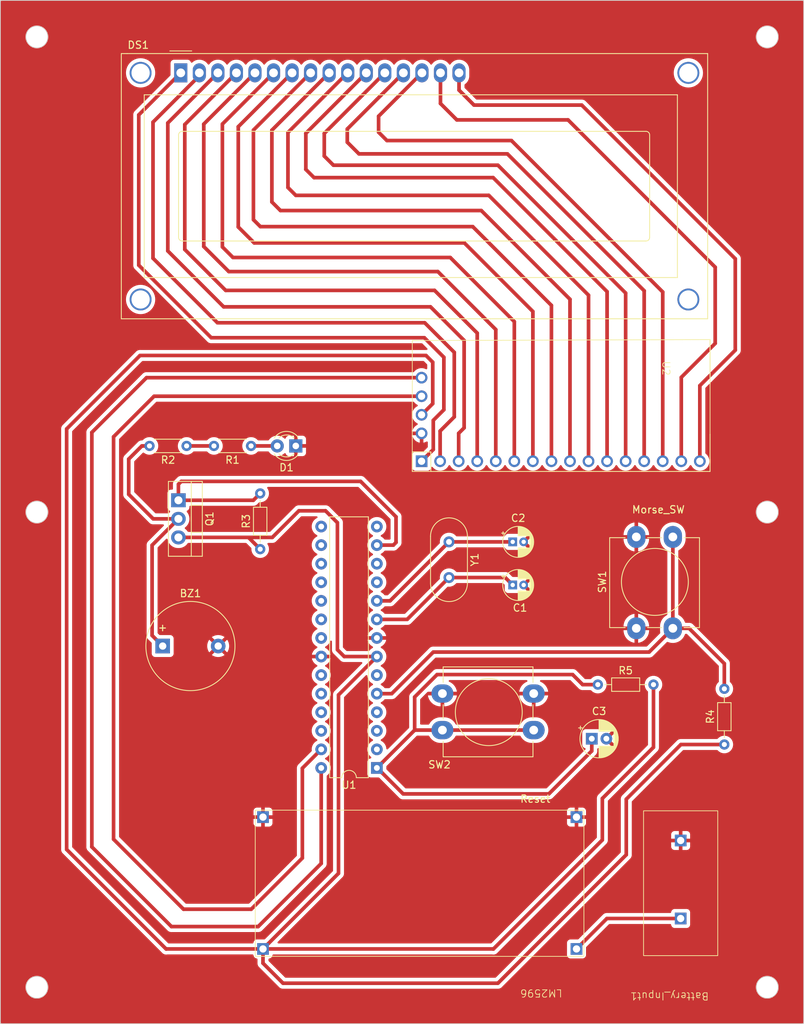
<source format=kicad_pcb>
(kicad_pcb (version 20221018) (generator pcbnew)
  (layers (0 "F.Cu" signal) (31 "B.Cu" signal) (34 "B.Paste" user) (35 "F.Paste" user) (36 "B.SilkS" user "B.Silkscreen") (37 "F.SilkS" user "F.Silkscreen") (38 "B.Mask" user) (39 "F.Mask" user) (44 "Edge.Cuts" user))
  (net 0 "")
  (net 1 "Net-(BZ1--)")
  (net 2 "GND")
  (net 3 "Net-(U1-XTAL1{slash}PB6)")
  (net 4 "Net-(U1-XTAL2{slash}PB7)")
  (net 5 "Net-(D1-A)")
  (net 6 "Net-(DS1-VSS)")
  (net 7 "Net-(DS1-VDD)")
  (net 8 "Net-(DS1-VO)")
  (net 9 "Net-(DS1-RS)")
  (net 10 "Net-(DS1-R{slash}W)")
  (net 11 "Net-(DS1-E)")
  (net 12 "Net-(DS1-D0)")
  (net 13 "Net-(DS1-D1)")
  (net 14 "Net-(DS1-D2)")
  (net 15 "Net-(DS1-D3)")
  (net 16 "Net-(DS1-D4)")
  (net 17 "Net-(DS1-D5)")
  (net 18 "Net-(DS1-D6)")
  (net 19 "Net-(DS1-D7)")
  (net 20 "Net-(DS1-LED(+))")
  (net 21 "Net-(DS1-LED(-))")
  (net 22 "Net-(Q1-G)")
  (net 23 "Net-(LM2596-OUT+)")
  (net 24 "Net-(R1-Pad2)")
  (net 25 "Net-(U1-PD3)")
  (net 26 "Net-(U1-~{RESET}{slash}PC6)")
  (net 45 "Net-(U1-PC4)")
  (net 46 "Net-(U1-PC5)")
  (net 47 "12V")
  (footprint "I2C_16x2:I2C_16x2" (layer "F.Cu") (at 190.158 68.672 -90)
    (fp_text reference "U2" (at 4.678 6.908 -90 unlocked) (layer "F.SilkS") (effects (font (thickness 0.1))))
    (fp_text value "~")
    (pad "1" thru_hole rect (at 17.396 40.386 90) (size 1.6 1.6) (drill 1) (layers "*.Cu" "*.Mask") (net 6 "Net-(DS1-VSS)"))
    (pad "2" thru_hole oval (at 17.396 37.846 90) (size 1.6 1.6) (drill 1) (layers "*.Cu" "*.Mask") (net 7 "Net-(DS1-VDD)"))
    (pad "3" thru_hole oval (at 17.396 35.306 90) (size 1.6 1.6) (drill 1) (layers "*.Cu" "*.Mask") (net 8 "Net-(DS1-VO)"))
    (pad "4" thru_hole oval (at 17.396 32.766 90) (size 1.6 1.6) (drill 1) (layers "*.Cu" "*.Mask") (net 9 "Net-(DS1-RS)"))
    (pad "5" thru_hole oval (at 17.396 30.226 90) (size 1.6 1.6) (drill 1) (layers "*.Cu" "*.Mask") (net 10 "Net-(DS1-R{slash}W)"))
    (pad "6" thru_hole oval (at 17.396 27.686 90) (size 1.6 1.6) (drill 1) (layers "*.Cu" "*.Mask") (net 11 "Net-(DS1-E)"))
    (pad "7" thru_hole oval (at 17.396 25.146 90) (size 1.6 1.6) (drill 1) (layers "*.Cu" "*.Mask") (net 12 "Net-(DS1-D0)"))
    (pad "8" thru_hole oval (at 17.396 22.606 90) (size 1.6 1.6) (drill 1) (layers "*.Cu" "*.Mask") (net 13 "Net-(DS1-D1)"))
    (pad "9" thru_hole oval (at 17.396 20.066 90) (size 1.6 1.6) (drill 1) (layers "*.Cu" "*.Mask") (net 14 "Net-(DS1-D2)"))
    (pad "10" thru_hole oval (at 17.396 17.526 90) (size 1.6 1.6) (drill 1) (layers "*.Cu" "*.Mask") (net 15 "Net-(DS1-D3)"))
    (pad "11" thru_hole oval (at 17.396 14.986 90) (size 1.6 1.6) (drill 1) (layers "*.Cu" "*.Mask") (net 16 "Net-(DS1-D4)"))
    (pad "12" thru_hole oval (at 17.396 12.446 90) (size 1.6 1.6) (drill 1) (layers "*.Cu" "*.Mask") (net 17 "Net-(DS1-D5)"))
    (pad "13" thru_hole oval (at 17.396 9.906 90) (size 1.6 1.6) (drill 1) (layers "*.Cu" "*.Mask") (net 18 "Net-(DS1-D6)"))
    (pad "14" thru_hole oval (at 17.396 7.366 90) (size 1.6 1.6) (drill 1) (layers "*.Cu" "*.Mask") (net 19 "Net-(DS1-D7)"))
    (pad "15" thru_hole oval (at 17.396 4.826 90) (size 1.6 1.6) (drill 1) (layers "*.Cu" "*.Mask") (net 20 "Net-(DS1-LED(+))"))
    (pad "16" thru_hole oval (at 17.396 2.286 90) (size 1.6 1.6) (drill 1) (layers "*.Cu" "*.Mask") (net 21 "Net-(DS1-LED(-))"))
    (pad "GND" thru_hole oval (at 13.586 40.386 180) (size 1.6 1.6) (drill 1) (layers "*.Cu" "*.Mask") (net 2 "GND"))
    (pad "SCL" thru_hole oval (at 5.966 40.386 180) (size 1.6 1.6) (drill 1) (layers "*.Cu" "*.Mask") (net 46 "Net-(U1-PC5)"))
    (pad "SDA" thru_hole oval (at 8.506 40.386 180) (size 1.6 1.6) (drill 1) (layers "*.Cu" "*.Mask") (net 45 "Net-(U1-PC4)"))
    (pad "VCC" thru_hole oval (at 11.046 40.386 180) (size 1.6 1.6) (drill 1) (layers "*.Cu" "*.Mask") (net 23 "Net-(LM2596-OUT+)"))
  )
  (footprint "Package_DIP:DIP-28_W7.62mm" (layer "F.Cu") (at 143.65 128.025 180)
    (fp_text reference "U1" (at 3.81 -2.33) (layer "F.SilkS"))
    (fp_text value "ATmega328P-P")
    (pad "1" thru_hole rect (at 0 0 180) (size 1.6 1.6) (drill 0.8) (layers "*.Cu" "*.Mask") (net 26 "Net-(U1-~{RESET}{slash}PC6)"))
    (pad "2" thru_hole oval (at 0 2.54 180) (size 1.6 1.6) (drill 0.8) (layers "*.Cu" "*.Mask"))
    (pad "3" thru_hole oval (at 0 5.08 180) (size 1.6 1.6) (drill 0.8) (layers "*.Cu" "*.Mask"))
    (pad "4" thru_hole oval (at 0 7.62 180) (size 1.6 1.6) (drill 0.8) (layers "*.Cu" "*.Mask"))
    (pad "5" thru_hole oval (at 0 10.16 180) (size 1.6 1.6) (drill 0.8) (layers "*.Cu" "*.Mask") (net 25 "Net-(U1-PD3)"))
    (pad "6" thru_hole oval (at 0 12.7 180) (size 1.6 1.6) (drill 0.8) (layers "*.Cu" "*.Mask"))
    (pad "7" thru_hole oval (at 0 15.24 180) (size 1.6 1.6) (drill 0.8) (layers "*.Cu" "*.Mask") (net 23 "Net-(LM2596-OUT+)"))
    (pad "8" thru_hole oval (at 0 17.78 180) (size 1.6 1.6) (drill 0.8) (layers "*.Cu" "*.Mask") (net 2 "GND"))
    (pad "9" thru_hole oval (at 0 20.32 180) (size 1.6 1.6) (drill 0.8) (layers "*.Cu" "*.Mask") (net 3 "Net-(U1-XTAL1{slash}PB6)"))
    (pad "10" thru_hole oval (at 0 22.86 180) (size 1.6 1.6) (drill 0.8) (layers "*.Cu" "*.Mask") (net 4 "Net-(U1-XTAL2{slash}PB7)"))
    (pad "11" thru_hole oval (at 0 25.4 180) (size 1.6 1.6) (drill 0.8) (layers "*.Cu" "*.Mask"))
    (pad "12" thru_hole oval (at 0 27.94 180) (size 1.6 1.6) (drill 0.8) (layers "*.Cu" "*.Mask"))
    (pad "13" thru_hole oval (at 0 30.48 180) (size 1.6 1.6) (drill 0.8) (layers "*.Cu" "*.Mask") (net 22 "Net-(Q1-G)"))
    (pad "14" thru_hole oval (at 0 33.02 180) (size 1.6 1.6) (drill 0.8) (layers "*.Cu" "*.Mask"))
    (pad "15" thru_hole oval (at 7.62 33.02 180) (size 1.6 1.6) (drill 0.8) (layers "*.Cu" "*.Mask"))
    (pad "16" thru_hole oval (at 7.62 30.48 180) (size 1.6 1.6) (drill 0.8) (layers "*.Cu" "*.Mask"))
    (pad "17" thru_hole oval (at 7.62 27.94 180) (size 1.6 1.6) (drill 0.8) (layers "*.Cu" "*.Mask"))
    (pad "18" thru_hole oval (at 7.62 25.4 180) (size 1.6 1.6) (drill 0.8) (layers "*.Cu" "*.Mask"))
    (pad "19" thru_hole oval (at 7.62 22.86 180) (size 1.6 1.6) (drill 0.8) (layers "*.Cu" "*.Mask"))
    (pad "20" thru_hole oval (at 7.62 20.32 180) (size 1.6 1.6) (drill 0.8) (layers "*.Cu" "*.Mask"))
    (pad "21" thru_hole oval (at 7.62 17.78 180) (size 1.6 1.6) (drill 0.8) (layers "*.Cu" "*.Mask"))
    (pad "22" thru_hole oval (at 7.62 15.24 180) (size 1.6 1.6) (drill 0.8) (layers "*.Cu" "*.Mask") (net 2 "GND"))
    (pad "23" thru_hole oval (at 7.62 12.7 180) (size 1.6 1.6) (drill 0.8) (layers "*.Cu" "*.Mask"))
    (pad "24" thru_hole oval (at 7.62 10.16 180) (size 1.6 1.6) (drill 0.8) (layers "*.Cu" "*.Mask"))
    (pad "25" thru_hole oval (at 7.62 7.62 180) (size 1.6 1.6) (drill 0.8) (layers "*.Cu" "*.Mask"))
    (pad "26" thru_hole oval (at 7.62 5.08 180) (size 1.6 1.6) (drill 0.8) (layers "*.Cu" "*.Mask"))
    (pad "27" thru_hole oval (at 7.62 2.54 180) (size 1.6 1.6) (drill 0.8) (layers "*.Cu" "*.Mask") (net 45 "Net-(U1-PC4)"))
    (pad "28" thru_hole oval (at 7.62 0 180) (size 1.6 1.6) (drill 0.8) (layers "*.Cu" "*.Mask") (net 46 "Net-(U1-PC5)"))
  )
  (footprint "Button_Switch_THT:SW_PUSH-12mm_Wuerth-430476085716" (layer "F.Cu") (at 152.625 117.85)
    (fp_text reference "SW2" (at -0.4 9.725) (layer "F.SilkS"))
    (fp_text value "SW_MEC_5E")
    (pad "1" thru_hole oval (at 0 0) (size 3 2.5) (drill 1.2) (layers "*.Cu" "*.Mask") (net 2 "GND"))
    (pad "1" thru_hole oval (at 12.5 0) (size 3 2.5) (drill 1.2) (layers "*.Cu" "*.Mask") (net 2 "GND"))
    (pad "2" thru_hole oval (at 0 5) (size 3 2.5) (drill 1.2) (layers "*.Cu" "*.Mask") (net 26 "Net-(U1-~{RESET}{slash}PC6)"))
    (pad "2" thru_hole oval (at 12.5 5) (size 3 2.5) (drill 1.2) (layers "*.Cu" "*.Mask") (net 26 "Net-(U1-~{RESET}{slash}PC6)"))
  )
  (footprint "Capacitor_THT:CP_Radial_D4.0mm_P1.50mm" (layer "F.Cu") (at 162.25 103)
    (fp_text reference "C1" (at 1 3.125) (layer "F.SilkS"))
    (fp_text value "22pF")
    (pad "1" thru_hole rect (at 0 0) (size 1.2 1.2) (drill 0.6) (layers "*.Cu" "*.Mask") (net 3 "Net-(U1-XTAL1{slash}PB6)"))
    (pad "2" thru_hole circle (at 1.5 0) (size 1.2 1.2) (drill 0.6) (layers "*.Cu" "*.Mask") (net 2 "GND"))
  )
  (footprint "Capacitor_THT:CP_Radial_D5.0mm_P2.00mm" (layer "F.Cu") (at 173.075 124.025)
    (fp_text reference "C3" (at 1 -3.75) (layer "F.SilkS"))
    (fp_text value "100nF")
    (pad "1" thru_hole rect (at 0 0) (size 1.6 1.6) (drill 0.8) (layers "*.Cu" "*.Mask") (net 26 "Net-(U1-~{RESET}{slash}PC6)"))
    (pad "2" thru_hole circle (at 2 0) (size 1.6 1.6) (drill 0.8) (layers "*.Cu" "*.Mask") (net 2 "GND"))
  )
  (footprint "Crystal:Crystal_HC49-4H_Vertical" (layer "F.Cu") (at 153.525 97.1 -90)
    (fp_text reference "Y1" (at 2.44 -3.525 90) (layer "F.SilkS"))
    (fp_text value "Crystal")
    (pad "1" thru_hole circle (at 0 0 270) (size 1.5 1.5) (drill 0.8) (layers "*.Cu" "*.Mask") (net 4 "Net-(U1-XTAL2{slash}PB7)"))
    (pad "2" thru_hole circle (at 4.88 0 270) (size 1.5 1.5) (drill 0.8) (layers "*.Cu" "*.Mask") (net 3 "Net-(U1-XTAL1{slash}PB6)"))
  )
  (footprint "Buck_Converter:LM2596" (layer "F.Cu") (at 172 153.8 180)
    (fp_text reference "LM2596" (at 5.842 -5.032 180 unlocked) (layer "F.SilkS") (effects (font (thickness 0.1))))
    (fp_text value "~")
    (pad "1" thru_hole rect (at 1.016 1.016 180) (size 1.6 1.6) (drill 1) (layers "*.Cu" "*.Mask") (net 47 "12V"))
    (pad "2" thru_hole rect (at 43.942 1.016 180) (size 1.6 1.6) (drill 1) (layers "*.Cu" "*.Mask") (net 23 "Net-(LM2596-OUT+)"))
    (pad "3" thru_hole rect (at 1.016 19.05 180) (size 1.6 1.6) (drill 1) (layers "*.Cu" "*.Mask") (net 2 "GND"))
    (pad "4" thru_hole rect (at 43.942 19.05 180) (size 1.6 1.6) (drill 1) (layers "*.Cu" "*.Mask") (net 2 "GND"))
  )
  (footprint "Buck_Converter:Battery_Input" (layer "F.Cu") (at 190.325 153.7 180)
    (fp_text reference "Battery_Input1" (at 6.604 -5.54 180 unlocked) (layer "F.SilkS") (effects (font (thickness 0.1))))
    (fp_text value "~")
    (pad "12V" thru_hole rect (at 5.08 5.08 180) (size 1.6 1.6) (drill 1) (layers "*.Cu" "*.Mask") (net 47 "12V"))
    (pad "GND" thru_hole rect (at 5.08 15.748 180) (size 1.6 1.6) (drill 1) (layers "*.Cu" "*.Mask") (net 2 "GND"))
  )
  (footprint "Resistor_THT:R_Axial_DIN0204_L3.6mm_D1.6mm_P5.08mm_Horizontal" (layer "F.Cu") (at 117.6 83.975 180)
    (fp_text reference "R2" (at 2.54 -1.92) (layer "F.SilkS"))
    (fp_text value "220")
    (pad "1" thru_hole circle (at 0 0 180) (size 1.4 1.4) (drill 0.7) (layers "*.Cu" "*.Mask") (net 24 "Net-(R1-Pad2)"))
    (pad "2" thru_hole oval (at 5.08 0 180) (size 1.4 1.4) (drill 0.7) (layers "*.Cu" "*.Mask") (net 1 "Net-(BZ1--)"))
  )
  (footprint "Display:WC1602A" (layer "F.Cu") (at 116.8 32.9425)
    (fp_text reference "DS1" (at -5.82 -3.81) (layer "F.SilkS"))
    (fp_text value "WC1602A")
    (pad "" thru_hole circle (at -5.4991 0) (size 3 3) (drill 2.5) (layers "*.Cu" "*.Mask"))
    (pad "" thru_hole circle (at -5.4991 31.0007) (size 3 3) (drill 2.5) (layers "*.Cu" "*.Mask"))
    (pad "" thru_hole circle (at 69.49948 31.0007) (size 3 3) (drill 2.5) (layers "*.Cu" "*.Mask"))
    (pad "" thru_hole circle (at 69.5 0) (size 3 3) (drill 2.5) (layers "*.Cu" "*.Mask"))
    (pad "1" thru_hole rect (at 0 0) (size 1.8 2.6) (drill 1.2) (layers "*.Cu" "*.Mask") (net 6 "Net-(DS1-VSS)"))
    (pad "2" thru_hole oval (at 2.54 0) (size 1.8 2.6) (drill 1.2) (layers "*.Cu" "*.Mask") (net 7 "Net-(DS1-VDD)"))
    (pad "3" thru_hole oval (at 5.08 0) (size 1.8 2.6) (drill 1.2) (layers "*.Cu" "*.Mask") (net 8 "Net-(DS1-VO)"))
    (pad "4" thru_hole oval (at 7.62 0) (size 1.8 2.6) (drill 1.2) (layers "*.Cu" "*.Mask") (net 9 "Net-(DS1-RS)"))
    (pad "5" thru_hole oval (at 10.16 0) (size 1.8 2.6) (drill 1.2) (layers "*.Cu" "*.Mask") (net 10 "Net-(DS1-R{slash}W)"))
    (pad "6" thru_hole oval (at 12.7 0) (size 1.8 2.6) (drill 1.2) (layers "*.Cu" "*.Mask") (net 11 "Net-(DS1-E)"))
    (pad "7" thru_hole oval (at 15.24 0) (size 1.8 2.6) (drill 1.2) (layers "*.Cu" "*.Mask") (net 12 "Net-(DS1-D0)"))
    (pad "8" thru_hole oval (at 17.78 0) (size 1.8 2.6) (drill 1.2) (layers "*.Cu" "*.Mask") (net 13 "Net-(DS1-D1)"))
    (pad "9" thru_hole oval (at 20.32 0) (size 1.8 2.6) (drill 1.2) (layers "*.Cu" "*.Mask") (net 14 "Net-(DS1-D2)"))
    (pad "10" thru_hole oval (at 22.86 0) (size 1.8 2.6) (drill 1.2) (layers "*.Cu" "*.Mask") (net 15 "Net-(DS1-D3)"))
    (pad "11" thru_hole oval (at 25.4 0) (size 1.8 2.6) (drill 1.2) (layers "*.Cu" "*.Mask") (net 16 "Net-(DS1-D4)"))
    (pad "12" thru_hole oval (at 27.94 0) (size 1.8 2.6) (drill 1.2) (layers "*.Cu" "*.Mask") (net 17 "Net-(DS1-D5)"))
    (pad "13" thru_hole oval (at 30.48 0) (size 1.8 2.6) (drill 1.2) (layers "*.Cu" "*.Mask") (net 18 "Net-(DS1-D6)"))
    (pad "14" thru_hole oval (at 33.02 0) (size 1.8 2.6) (drill 1.2) (layers "*.Cu" "*.Mask") (net 19 "Net-(DS1-D7)"))
    (pad "15" thru_hole oval (at 35.56 0) (size 1.8 2.6) (drill 1.2) (layers "*.Cu" "*.Mask") (net 20 "Net-(DS1-LED(+))"))
    (pad "16" thru_hole oval (at 38.1 0) (size 1.8 2.6) (drill 1.2) (layers "*.Cu" "*.Mask") (net 21 "Net-(DS1-LED(-))"))
  )
  (footprint "Resistor_THT:R_Axial_DIN0204_L3.6mm_D1.6mm_P7.62mm_Horizontal" (layer "F.Cu") (at 191.225 124.82 90)
    (fp_text reference "R4" (at 3.81 -1.92 90) (layer "F.SilkS"))
    (fp_text value "10K")
    (pad "1" thru_hole circle (at 0 0 90) (size 1.4 1.4) (drill 0.7) (layers "*.Cu" "*.Mask") (net 23 "Net-(LM2596-OUT+)"))
    (pad "2" thru_hole oval (at 7.62 0 90) (size 1.4 1.4) (drill 0.7) (layers "*.Cu" "*.Mask") (net 25 "Net-(U1-PD3)"))
  )
  (footprint "Package_TO_SOT_THT:TO-220-3_Vertical" (layer "F.Cu") (at 116.48 91.41 -90)
    (fp_text reference "Q1" (at 2.54 -4.27 90) (layer "F.SilkS"))
    (fp_text value "IRF9540N")
    (pad "1" thru_hole rect (at 0 0 270) (size 1.905 2) (drill 1.1) (layers "*.Cu" "*.Mask") (net 22 "Net-(Q1-G)"))
    (pad "2" thru_hole oval (at 2.54 0 270) (size 1.905 2) (drill 1.1) (layers "*.Cu" "*.Mask") (net 1 "Net-(BZ1--)"))
    (pad "3" thru_hole oval (at 5.08 0 270) (size 1.905 2) (drill 1.1) (layers "*.Cu" "*.Mask") (net 23 "Net-(LM2596-OUT+)"))
  )
  (footprint "Resistor_THT:R_Axial_DIN0204_L3.6mm_D1.6mm_P7.62mm_Horizontal" (layer "F.Cu") (at 173.905 116.625)
    (fp_text reference "R5" (at 3.81 -1.92) (layer "F.SilkS"))
    (fp_text value "10K")
    (pad "1" thru_hole circle (at 0 0) (size 1.4 1.4) (drill 0.7) (layers "*.Cu" "*.Mask") (net 26 "Net-(U1-~{RESET}{slash}PC6)"))
    (pad "2" thru_hole oval (at 7.62 0) (size 1.4 1.4) (drill 0.7) (layers "*.Cu" "*.Mask") (net 23 "Net-(LM2596-OUT+)"))
  )
  (footprint "Button_Switch_THT:SW_PUSH-12mm_Wuerth-430476085716" (layer "F.Cu") (at 179.175 108.925 90)
    (fp_text reference "SW1" (at 6.35 -4.66 90) (layer "F.SilkS"))
    (fp_text value "SW_MEC_5E")
    (pad "1" thru_hole oval (at 0 0 90) (size 3 2.5) (drill 1.2) (layers "*.Cu" "*.Mask") (net 2 "GND"))
    (pad "1" thru_hole oval (at 12.5 0 90) (size 3 2.5) (drill 1.2) (layers "*.Cu" "*.Mask") (net 2 "GND"))
    (pad "2" thru_hole oval (at 0 5 90) (size 3 2.5) (drill 1.2) (layers "*.Cu" "*.Mask") (net 25 "Net-(U1-PD3)"))
    (pad "2" thru_hole oval (at 12.5 5 90) (size 3 2.5) (drill 1.2) (layers "*.Cu" "*.Mask") (net 25 "Net-(U1-PD3)"))
  )
  (footprint "Resistor_THT:R_Axial_DIN0204_L3.6mm_D1.6mm_P5.08mm_Horizontal" (layer "F.Cu") (at 126.425 83.975 180)
    (fp_text reference "R1" (at 2.54 -1.92) (layer "F.SilkS"))
    (fp_text value "220")
    (pad "1" thru_hole circle (at 0 0 180) (size 1.4 1.4) (drill 0.7) (layers "*.Cu" "*.Mask") (net 5 "Net-(D1-A)"))
    (pad "2" thru_hole oval (at 5.08 0 180) (size 1.4 1.4) (drill 0.7) (layers "*.Cu" "*.Mask") (net 24 "Net-(R1-Pad2)"))
  )
  (footprint "Buzzer_Beeper:Buzzer_12x9.5RM7.6" (layer "F.Cu") (at 114.325 111.35)
    (fp_text reference "BZ1" (at 3.8 -7.2) (layer "F.SilkS"))
    (fp_text value "Buzzer")
    (fp_text user "+" (at -0.01 -2.54) (layer "F.SilkS"))
    (pad "1" thru_hole rect (at 0 0) (size 2 2) (drill 1) (layers "*.Cu" "*.Mask") (net 1 "Net-(BZ1--)"))
    (pad "2" thru_hole circle (at 7.6 0) (size 2 2) (drill 1) (layers "*.Cu" "*.Mask") (net 2 "GND"))
  )
  (footprint "Resistor_THT:R_Axial_DIN0204_L3.6mm_D1.6mm_P7.62mm_Horizontal" (layer "F.Cu") (at 127.675 98.095 90)
    (fp_text reference "R3" (at 3.81 -1.92 90) (layer "F.SilkS"))
    (fp_text value "10K")
    (pad "1" thru_hole circle (at 0 0 90) (size 1.4 1.4) (drill 0.7) (layers "*.Cu" "*.Mask") (net 23 "Net-(LM2596-OUT+)"))
    (pad "2" thru_hole oval (at 7.62 0 90) (size 1.4 1.4) (drill 0.7) (layers "*.Cu" "*.Mask") (net 22 "Net-(Q1-G)"))
  )
  (footprint "LED_THT:LED_D3.0mm" (layer "F.Cu") (at 132.55 83.975 180)
    (fp_text reference "D1" (at 1.27 -2.96) (layer "F.SilkS"))
    (fp_text value "LED")
    (pad "1" thru_hole rect (at 0 0 180) (size 1.8 1.8) (drill 0.9) (layers "*.Cu" "*.Mask") (net 2 "GND"))
    (pad "2" thru_hole circle (at 2.54 0 180) (size 1.8 1.8) (drill 0.9) (layers "*.Cu" "*.Mask") (net 5 "Net-(D1-A)"))
  )
  (footprint "Capacitor_THT:CP_Radial_D4.0mm_P1.50mm" (layer "F.Cu") (at 162.25 97.1)
    (fp_text reference "C2" (at 0.75 -3.25) (layer "F.SilkS"))
    (fp_text value "22pF")
    (pad "1" thru_hole rect (at 0 0) (size 1.2 1.2) (drill 0.6) (layers "*.Cu" "*.Mask") (net 4 "Net-(U1-XTAL2{slash}PB7)"))
    (pad "2" thru_hole circle (at 1.5 0) (size 1.2 1.2) (drill 0.6) (layers "*.Cu" "*.Mask") (net 2 "GND"))
  )
  (gr_circle (center 97.1 93.025) (end 98.6 93.025) (stroke (width 0.1)) (fill none) (layer "Edge.Cuts"))
  (gr_circle (center 197.1 158.025) (end 198.6 158.025) (stroke (width 0.1)) (fill none) (layer "Edge.Cuts"))
  (gr_circle (center 197.1 28.025) (end 198.6 28.025) (stroke (width 0.1)) (fill none) (layer "Edge.Cuts"))
  (gr_circle (center 97.1 158.025) (end 98.6 158.025) (stroke (width 0.1)) (fill none) (layer "Edge.Cuts"))
  (gr_circle (center 97.1 28.025) (end 98.6 28.025) (stroke (width 0.1)) (fill none) (layer "Edge.Cuts"))
  (gr_rect (start 92.1 23.025) (end 202.1 163.025) (stroke (width 0.1)) (fill none) (layer "Edge.Cuts"))
  (gr_circle (center 197.1 93.025) (end 198.6 93.025) (stroke (width 0.1)) (fill none) (layer "Edge.Cuts"))
  (gr_text "Morse_SW" (at 178.5 93.275) (layer "F.SilkS") (effects (font (size 1 1)) (justify left bottom)))
  (gr_text "Reset\n" (at 163.2 132.85) (layer "F.SilkS") (effects (font (size 1 1)) (justify left bottom)))
  (segment (start 116.48 93.95) (end 112.875 97.555) (width 0.5) (layer "F.Cu") (net 1))
  (segment (start 109.675 85.775) (end 109.675 90.6) (width 0.5) (layer "F.Cu") (net 1))
  (segment (start 111.475 83.975) (end 109.675 85.775) (width 0.5) (layer "F.Cu") (net 1))
  (segment (start 112.875 109.9) (end 114.325 111.35) (width 0.5) (layer "F.Cu") (net 1))
  (segment (start 112.875 97.555) (end 112.875 109.9) (width 0.5) (layer "F.Cu") (net 1))
  (segment (start 112.52 83.975) (end 111.475 83.975) (width 0.5) (layer "F.Cu") (net 1))
  (segment (start 109.675 90.6) (end 113.025 93.95) (width 0.5) (layer "F.Cu") (net 1))
  (segment (start 113.025 93.95) (end 116.48 93.95) (width 0.5) (layer "F.Cu") (net 1))
  (segment (start 161.23 101.98) (end 162.25 103) (width 0.5) (layer "F.Cu") (net 3))
  (segment (start 153.525 101.98) (end 147.8 107.705) (width 0.5) (layer "F.Cu") (net 3))
  (segment (start 153.525 101.98) (end 161.23 101.98) (width 0.5) (layer "F.Cu") (net 3))
  (segment (start 147.8 107.705) (end 143.65 107.705) (width 0.5) (layer "F.Cu") (net 3))
  (segment (start 145.46 105.165) (end 143.65 105.165) (width 0.5) (layer "F.Cu") (net 4))
  (segment (start 153.525 97.1) (end 162.25 97.1) (width 0.5) (layer "F.Cu") (net 4))
  (segment (start 153.525 97.1) (end 145.46 105.165) (width 0.5) (layer "F.Cu") (net 4))
  (segment (start 126.425 83.975) (end 130.01 83.975) (width 0.5) (layer "F.Cu") (net 5))
  (segment (start 151.375 80.475) (end 151.375 84.465) (width 0.5) (layer "F.Cu") (net 6))
  (segment (start 152.825 79.025) (end 151.375 80.475) (width 0.5) (layer "F.Cu") (net 6))
  (segment (start 120.975 69.175) (end 150.15 69.175) (width 0.5) (layer "F.Cu") (net 6))
  (segment (start 152.825 71.85) (end 152.825 79.025) (width 0.5) (layer "F.Cu") (net 6))
  (segment (start 116.8 32.9425) (end 111.05 38.6925) (width 0.5) (layer "F.Cu") (net 6))
  (segment (start 150.15 69.175) (end 152.825 71.85) (width 0.5) (layer "F.Cu") (net 6))
  (segment (start 111.05 59.25) (end 120.975 69.175) (width 0.5) (layer "F.Cu") (net 6))
  (segment (start 151.375 84.465) (end 149.772 86.068) (width 0.5) (layer "F.Cu") (net 6))
  (segment (start 111.05 38.6925) (end 111.05 59.25) (width 0.5) (layer "F.Cu") (net 6))
  (segment (start 154.25 80) (end 152.312 81.938) (width 0.5) (layer "F.Cu") (net 7))
  (segment (start 113 58.3) (end 121.825 67.125) (width 0.5) (layer "F.Cu") (net 7))
  (segment (start 150.2 67.125) (end 154.25 71.175) (width 0.5) (layer "F.Cu") (net 7))
  (segment (start 119.34 32.9425) (end 119.34 33.3425) (width 0.25) (layer "F.Cu") (net 7))
  (segment (start 121.825 67.125) (end 150.2 67.125) (width 0.5) (layer "F.Cu") (net 7))
  (segment (start 113 39.6825) (end 113 58.3) (width 0.5) (layer "F.Cu") (net 7))
  (segment (start 154.25 71.175) (end 154.25 80) (width 0.5) (layer "F.Cu") (net 7))
  (segment (start 152.312 81.938) (end 152.312 86.068) (width 0.5) (layer "F.Cu") (net 7))
  (segment (start 119.34 33.3425) (end 113 39.6825) (width 0.5) (layer "F.Cu") (net 7))
  (segment (start 151 64.95) (end 122.675 64.95) (width 0.5) (layer "F.Cu") (net 8))
  (segment (start 122.675 64.95) (end 115.025 57.3) (width 0.5) (layer "F.Cu") (net 8))
  (segment (start 154.852 86.068) (end 154.852 82.248) (width 0.5) (layer "F.Cu") (net 8))
  (segment (start 115.025 39.7975) (end 121.88 32.9425) (width 0.5) (layer "F.Cu") (net 8))
  (segment (start 155.6 81.5) (end 155.6 69.55) (width 0.5) (layer "F.Cu") (net 8))
  (segment (start 115.025 57.3) (end 115.025 39.7975) (width 0.5) (layer "F.Cu") (net 8))
  (segment (start 154.852 82.248) (end 155.6 81.5) (width 0.5) (layer "F.Cu") (net 8))
  (segment (start 155.6 69.55) (end 151 64.95) (width 0.5) (layer "F.Cu") (net 8))
  (segment (start 117.35 57.1) (end 117.35 40.0125) (width 0.5) (layer "F.Cu") (net 9))
  (segment (start 122.95 62.7) (end 117.35 57.1) (width 0.5) (layer "F.Cu") (net 9))
  (segment (start 117.35 40.0125) (end 124.42 32.9425) (width 0.5) (layer "F.Cu") (net 9))
  (segment (start 157.392 86.068) (end 157.392 68.542) (width 0.5) (layer "F.Cu") (net 9))
  (segment (start 151.55 62.7) (end 122.95 62.7) (width 0.5) (layer "F.Cu") (net 9))
  (segment (start 157.392 68.542) (end 151.55 62.7) (width 0.5) (layer "F.Cu") (net 9))
  (segment (start 126.96 32.9425) (end 119.95 39.9525) (width 0.5) (layer "F.Cu") (net 10))
  (segment (start 123.375 60.125) (end 152 60.125) (width 0.5) (layer "F.Cu") (net 10))
  (segment (start 152 60.125) (end 159.932 68.057) (width 0.5) (layer "F.Cu") (net 10))
  (segment (start 119.95 39.9525) (end 119.95 56.7) (width 0.5) (layer "F.Cu") (net 10))
  (segment (start 159.932 68.057) (end 159.932 86.068) (width 0.5) (layer "F.Cu") (net 10))
  (segment (start 119.95 56.7) (end 123.375 60.125) (width 0.5) (layer "F.Cu") (net 10))
  (segment (start 122.5 56.75) (end 123.95 58.2) (width 0.5) (layer "F.Cu") (net 11))
  (segment (start 129.5 32.9425) (end 129.5 32.95) (width 0.5) (layer "F.Cu") (net 11))
  (segment (start 129.5 32.95) (end 122.5 39.95) (width 0.5) (layer "F.Cu") (net 11))
  (segment (start 153.7 58.2) (end 162.472 66.972) (width 0.5) (layer "F.Cu") (net 11))
  (segment (start 122.5 39.95) (end 122.5 56.75) (width 0.5) (layer "F.Cu") (net 11))
  (segment (start 162.472 66.972) (end 162.472 86.068) (width 0.5) (layer "F.Cu") (net 11))
  (segment (start 123.95 58.2) (end 153.7 58.2) (width 0.5) (layer "F.Cu") (net 11))
  (segment (start 132.04 32.9425) (end 124.675 40.3075) (width 0.5) (layer "F.Cu") (net 12))
  (segment (start 124.675 40.3075) (end 124.675 54.025) (width 0.5) (layer "F.Cu") (net 12))
  (segment (start 165.012 65.587) (end 165.012 86.068) (width 0.5) (layer "F.Cu") (net 12))
  (segment (start 155.625 56.2) (end 165.012 65.587) (width 0.5) (layer "F.Cu") (net 12))
  (segment (start 126.85 56.2) (end 155.625 56.2) (width 0.5) (layer "F.Cu") (net 12))
  (segment (start 124.675 54.025) (end 126.85 56.2) (width 0.5) (layer "F.Cu") (net 12))
  (segment (start 126.75 53.025) (end 127.7 53.975) (width 0.5) (layer "F.Cu") (net 13))
  (segment (start 126.75 40.7725) (end 126.75 53.025) (width 0.5) (layer "F.Cu") (net 13))
  (segment (start 127.7 53.975) (end 156.775 53.975) (width 0.5) (layer "F.Cu") (net 13))
  (segment (start 167.552 64.752) (end 167.552 86.068) (width 0.5) (layer "F.Cu") (net 13))
  (segment (start 134.58 32.9425) (end 126.75 40.7725) (width 0.5) (layer "F.Cu") (net 13))
  (segment (start 156.775 53.975) (end 167.552 64.752) (width 0.5) (layer "F.Cu") (net 13))
  (segment (start 170.092 63.917) (end 170.092 86.068) (width 0.5) (layer "F.Cu") (net 14))
  (segment (start 129.275 40.7875) (end 129.275 50.6) (width 0.5) (layer "F.Cu") (net 14))
  (segment (start 130.45 51.775) (end 157.95 51.775) (width 0.5) (layer "F.Cu") (net 14))
  (segment (start 157.95 51.775) (end 170.092 63.917) (width 0.5) (layer "F.Cu") (net 14))
  (segment (start 137.12 32.9425) (end 129.275 40.7875) (width 0.5) (layer "F.Cu") (net 14))
  (segment (start 129.275 50.6) (end 130.45 51.775) (width 0.5) (layer "F.Cu") (net 14))
  (segment (start 158.975 49.7) (end 172.632 63.357) (width 0.5) (layer "F.Cu") (net 15))
  (segment (start 139.66 32.9425) (end 139.6325 32.9425) (width 0.5) (layer "F.Cu") (net 15))
  (segment (start 172.632 63.357) (end 172.632 86.068) (width 0.5) (layer "F.Cu") (net 15))
  (segment (start 131.475 41.1) (end 131.475 48.625) (width 0.5) (layer "F.Cu") (net 15))
  (segment (start 131.475 48.625) (end 132.55 49.7) (width 0.5) (layer "F.Cu") (net 15))
  (segment (start 132.55 49.7) (end 158.975 49.7) (width 0.5) (layer "F.Cu") (net 15))
  (segment (start 139.6325 32.9425) (end 131.475 41.1) (width 0.5) (layer "F.Cu") (net 15))
  (segment (start 133.925 41.2175) (end 133.925 46.15) (width 0.5) (layer "F.Cu") (net 16))
  (segment (start 135.05 47.275) (end 159.575 47.275) (width 0.5) (layer "F.Cu") (net 16))
  (segment (start 142.2 32.9425) (end 133.925 41.2175) (width 0.5) (layer "F.Cu") (net 16))
  (segment (start 133.925 46.15) (end 135.05 47.275) (width 0.5) (layer "F.Cu") (net 16))
  (segment (start 159.575 47.275) (end 175.172 62.872) (width 0.5) (layer "F.Cu") (net 16))
  (segment (start 175.172 62.872) (end 175.172 86.068) (width 0.5) (layer "F.Cu") (net 16))
  (segment (start 137.7 45.575) (end 160.225 45.575) (width 0.5) (layer "F.Cu") (net 17))
  (segment (start 144.7325 32.9425) (end 136.45 41.225) (width 0.5) (layer "F.Cu") (net 17))
  (segment (start 136.45 41.225) (end 136.45 44.325) (width 0.5) (layer "F.Cu") (net 17))
  (segment (start 177.712 63.062) (end 177.712 86.068) (width 0.5) (layer "F.Cu") (net 17))
  (segment (start 136.45 44.325) (end 137.7 45.575) (width 0.5) (layer "F.Cu") (net 17))
  (segment (start 160.225 45.575) (end 177.712 63.062) (width 0.5) (layer "F.Cu") (net 17))
  (segment (start 144.74 32.9425) (end 144.7325 32.9425) (width 0.5) (layer "F.Cu") (net 17))
  (segment (start 139.6 42.425) (end 141.2 44.025) (width 0.5) (layer "F.Cu") (net 18))
  (segment (start 141.2 44.025) (end 161.525 44.025) (width 0.5) (layer "F.Cu") (net 18))
  (segment (start 147.28 32.9425) (end 139.6 40.6225) (width 0.5) (layer "F.Cu") (net 18))
  (segment (start 161.525 44.025) (end 180.252 62.752) (width 0.5) (layer "F.Cu") (net 18))
  (segment (start 139.6 40.6225) (end 139.6 42.425) (width 0.5) (layer "F.Cu") (net 18))
  (segment (start 180.252 62.752) (end 180.252 86.068) (width 0.5) (layer "F.Cu") (net 18))
  (segment (start 182.792 62.917) (end 182.792 86.068) (width 0.5) (layer "F.Cu") (net 19))
  (segment (start 143.8875 38.875) (end 143.8875 41.0625) (width 0.5) (layer "F.Cu") (net 19))
  (segment (start 162.075 42.2) (end 182.792 62.917) (width 0.5) (layer "F.Cu") (net 19))
  (segment (start 149.82 32.9425) (end 143.8875 38.875) (width 0.5) (layer "F.Cu") (net 19))
  (segment (start 145.025 42.2) (end 162.075 42.2) (width 0.5) (layer "F.Cu") (net 19))
  (segment (start 143.8875 41.0625) (end 145.025 42.2) (width 0.5) (layer "F.Cu") (net 19))
  (segment (start 152.36 32.9425) (end 152.36 37.135) (width 0.5) (layer "F.Cu") (net 20))
  (segment (start 189.975 59.525) (end 189.975 69.95) (width 0.5) (layer "F.Cu") (net 20))
  (segment (start 154.6 39.375) (end 169.825 39.375) (width 0.5) (layer "F.Cu") (net 20))
  (segment (start 189.975 69.95) (end 185.332 74.593) (width 0.5) (layer "F.Cu") (net 20))
  (segment (start 152.36 37.135) (end 154.6 39.375) (width 0.5) (layer "F.Cu") (net 20))
  (segment (start 185.332 74.593) (end 185.332 86.068) (width 0.5) (layer "F.Cu") (net 20))
  (segment (start 169.825 39.375) (end 189.975 59.525) (width 0.5) (layer "F.Cu") (net 20))
  (segment (start 192.725 70.875) (end 187.872 75.728) (width 0.5) (layer "F.Cu") (net 21))
  (segment (start 171.7 37.35) (end 192.725 58.375) (width 0.5) (layer "F.Cu") (net 21))
  (segment (start 187.872 75.728) (end 187.872 86.068) (width 0.5) (layer "F.Cu") (net 21))
  (segment (start 154.9 32.9425) (end 154.9 35.3) (width 0.5) (layer "F.Cu") (net 21))
  (segment (start 156.95 37.35) (end 171.7 37.35) (width 0.5) (layer "F.Cu") (net 21))
  (segment (start 154.9 35.3) (end 156.95 37.35) (width 0.5) (layer "F.Cu") (net 21))
  (segment (start 192.725 58.375) (end 192.725 70.875) (width 0.5) (layer "F.Cu") (net 21))
  (segment (start 145.895 97.545) (end 143.65 97.545) (width 0.5) (layer "F.Cu") (net 22))
  (segment (start 126.74 91.41) (end 127.675 90.475) (width 0.5) (layer "F.Cu") (net 22))
  (segment (start 116.875 88.825) (end 141.425 88.825) (width 0.5) (layer "F.Cu") (net 22))
  (segment (start 116.48 91.41) (end 126.74 91.41) (width 0.5) (layer "F.Cu") (net 22))
  (segment (start 116.48 89.22) (end 116.875 88.825) (width 0.5) (layer "F.Cu") (net 22))
  (segment (start 145.9 97.55) (end 145.895 97.545) (width 0.5) (layer "F.Cu") (net 22))
  (segment (start 146.275 97.175) (end 145.9 97.55) (width 0.5) (layer "F.Cu") (net 22))
  (segment (start 141.425 88.825) (end 146.275 93.675) (width 0.5) (layer "F.Cu") (net 22))
  (segment (start 116.48 91.41) (end 116.48 89.22) (width 0.5) (layer "F.Cu") (net 22))
  (segment (start 146.275 93.675) (end 146.275 97.175) (width 0.5) (layer "F.Cu") (net 22))
  (segment (start 128.058 152.784) (end 159.584 152.784) (width 0.5) (layer "F.Cu") (net 23))
  (segment (start 150.375 71.6) (end 111.225 71.6) (width 0.5) (layer "F.Cu") (net 23))
  (segment (start 129.335 96.49) (end 132.975 92.85) (width 0.5) (layer "F.Cu") (net 23))
  (segment (start 151.3 72.525) (end 151.3 78.19) (width 0.5) (layer "F.Cu") (net 23))
  (segment (start 114.8 152.8) (end 114.816 152.784) (width 0.25) (layer "F.Cu") (net 23))
  (segment (start 160.225 157.475) (end 130.8 157.475) (width 0.5) (layer "F.Cu") (net 23))
  (segment (start 136.625 92.85) (end 138.25 94.475) (width 0.5) (layer "F.Cu") (net 23))
  (segment (start 138.4 142.442) (end 128.058 152.784) (width 0.5) (layer "F.Cu") (net 23))
  (segment (start 114.816 152.784) (end 128.058 152.784) (width 0.5) (layer "F.Cu") (net 23))
  (segment (start 116.48 96.49) (end 126.07 96.49) (width 0.5) (layer "F.Cu") (net 23))
  (segment (start 159.584 152.784) (end 159.6 152.8) (width 0.5) (layer "F.Cu") (net 23))
  (segment (start 150.375 71.6) (end 151.3 72.525) (width 0.5) (layer "F.Cu") (net 23))
  (segment (start 174.525 137.875) (end 174.525 132.2) (width 0.5) (layer "F.Cu") (net 23))
  (segment (start 185.28 124.82) (end 177.8 132.3) (width 0.5) (layer "F.Cu") (net 23))
  (segment (start 177.8 139.9) (end 160.225 157.475) (width 0.5) (layer "F.Cu") (net 23))
  (segment (start 130.8 157.475) (end 128.058 154.733) (width 0.5) (layer "F.Cu") (net 23))
  (segment (start 101.175 139.175) (end 114.8 152.8) (width 0.5) (layer "F.Cu") (net 23))
  (segment (start 138.4 118.035) (end 138.4 142.442) (width 0.5) (layer "F.Cu") (net 23))
  (segment (start 191.225 124.82) (end 185.28 124.82) (width 0.5) (layer "F.Cu") (net 23))
  (segment (start 138.25 111.85) (end 139.185 112.785) (width 0.5) (layer "F.Cu") (net 23))
  (segment (start 126.07 96.49) (end 129.335 96.49) (width 0.5) (layer "F.Cu") (net 23))
  (segment (start 151.3 78.19) (end 149.772 79.718) (width 0.5) (layer "F.Cu") (net 23))
  (segment (start 139.185 112.785) (end 143.65 112.785) (width 0.5) (layer "F.Cu") (net 23))
  (segment (start 132.975 92.85) (end 136.625 92.85) (width 0.5) (layer "F.Cu") (net 23))
  (segment (start 138.25 94.475) (end 138.25 111.85) (width 0.5) (layer "F.Cu") (net 23))
  (segment (start 174.525 132.2) (end 181.525 125.2) (width 0.5) (layer "F.Cu") (net 23))
  (segment (start 111.225 71.6) (end 101.175 81.65) (width 0.5) (layer "F.Cu") (net 23))
  (segment (start 159.6 152.8) (end 174.525 137.875) (width 0.5) (layer "F.Cu") (net 23))
  (segment (start 126.07 96.49) (end 127.675 98.095) (width 0.5) (layer "F.Cu") (net 23))
  (segment (start 181.525 125.2) (end 181.525 116.625) (width 0.5) (layer "F.Cu") (net 23))
  (segment (start 128.058 154.733) (end 128.058 152.784) (width 0.5) (layer "F.Cu") (net 23))
  (segment (start 177.8 132.3) (end 177.8 139.9) (width 0.5) (layer "F.Cu") (net 23))
  (segment (start 138.4 118.035) (end 143.65 112.785) (width 0.5) (layer "F.Cu") (net 23))
  (segment (start 101.175 81.65) (end 101.175 139.175) (width 0.5) (layer "F.Cu") (net 23))
  (segment (start 117.6 83.975) (end 121.345 83.975) (width 0.5) (layer "F.Cu") (net 24))
  (segment (start 184.175 96.425) (end 184.175 108.925) (width 0.5) (layer "F.Cu") (net 25))
  (segment (start 191.225 113.75) (end 191.225 117.2) (width 0.5) (layer "F.Cu") (net 25))
  (segment (start 186.4 108.925) (end 191.225 113.75) (width 0.5) (layer "F.Cu") (net 25))
  (segment (start 184.175 108.925) (end 180.925 112.175) (width 0.5) (layer "F.Cu") (net 25))
  (segment (start 151.375 112.175) (end 180.925 112.175) (width 0.5) (layer "F.Cu") (net 25))
  (segment (start 145.685 117.865) (end 151.375 112.175) (width 0.5) (layer "F.Cu") (net 25))
  (segment (start 145.685 117.865) (end 143.65 117.865) (width 0.5) (layer "F.Cu") (net 25))
  (segment (start 184.175 108.925) (end 186.4 108.925) (width 0.5) (layer "F.Cu") (net 25))
  (segment (start 152.625 122.85) (end 165.125 122.85) (width 0.5) (layer "F.Cu") (net 26))
  (segment (start 148.825 118.325) (end 148.825 122.85) (width 0.5) (layer "F.Cu") (net 26))
  (segment (start 171.825 116.625) (end 170.45 115.25) (width 0.5) (layer "F.Cu") (net 26))
  (segment (start 148.825 122.85) (end 143.65 128.025) (width 0.5) (layer "F.Cu") (net 26))
  (segment (start 151.9 115.25) (end 148.825 118.325) (width 0.5) (layer "F.Cu") (net 26))
  (segment (start 170.45 115.25) (end 151.9 115.25) (width 0.5) (layer "F.Cu") (net 26))
  (segment (start 147.25 131.575) (end 143.7 128.025) (width 0.5) (layer "F.Cu") (net 26))
  (segment (start 173.075 124.025) (end 173.075 125.7) (width 0.5) (layer "F.Cu") (net 26))
  (segment (start 173.075 125.7) (end 167.2 131.575) (width 0.5) (layer "F.Cu") (net 26))
  (segment (start 143.7 128.025) (end 143.65 128.025) (width 0.5) (layer "F.Cu") (net 26))
  (segment (start 167.2 131.575) (end 147.25 131.575) (width 0.5) (layer "F.Cu") (net 26))
  (segment (start 152.625 122.85) (end 148.825 122.85) (width 0.5) (layer "F.Cu") (net 26))
  (segment (start 173.905 116.625) (end 171.825 116.625) (width 0.5) (layer "F.Cu") (net 26))
  (segment (start 107.6 137.775) (end 117.175 147.35) (width 0.5) (layer "F.Cu") (net 45))
  (segment (start 133.45 128.065) (end 136.03 125.485) (width 0.5) (layer "F.Cu") (net 45))
  (segment (start 126.45 147.35) (end 133.45 140.35) (width 0.5) (layer "F.Cu") (net 45))
  (segment (start 107.6 82.725) (end 107.6 137.775) (width 0.5) (layer "F.Cu") (net 45))
  (segment (start 133.45 140.35) (end 133.45 128.065) (width 0.5) (layer "F.Cu") (net 45))
  (segment (start 117.175 147.35) (end 126.45 147.35) (width 0.5) (layer "F.Cu") (net 45))
  (segment (start 149.772 77.178) (end 113.147 77.178) (width 0.5) (layer "F.Cu") (net 45))
  (segment (start 113.147 77.178) (end 107.6 82.725) (width 0.5) (layer "F.Cu") (net 45))
  (segment (start 127.4 149.725) (end 136.03 141.095) (width 0.5) (layer "F.Cu") (net 46))
  (segment (start 149.772 74.638) (end 112.112 74.638) (width 0.5) (layer "F.Cu") (net 46))
  (segment (start 136.03 141.095) (end 136.03 128.025) (width 0.5) (layer "F.Cu") (net 46))
  (segment (start 112.112 74.638) (end 104.625 82.125) (width 0.5) (layer "F.Cu") (net 46))
  (segment (start 104.625 138.825) (end 115.525 149.725) (width 0.5) (layer "F.Cu") (net 46))
  (segment (start 104.625 82.125) (end 104.625 138.825) (width 0.5) (layer "F.Cu") (net 46))
  (segment (start 115.525 149.725) (end 127.4 149.725) (width 0.5) (layer "F.Cu") (net 46))
  (segment (start 185.245 148.62) (end 175.148 148.62) (width 0.5) (layer "F.Cu") (net 47))
  (segment (start 175.148 148.62) (end 170.984 152.784) (width 0.5) (layer "F.Cu") (net 47))
  (zone (net 2) (net_name "GND") (layer "F.Cu") (connect_pads (clearance 0.5)) (min_thickness 0.25) (fill yes (thermal_gap 0.5) (thermal_bridge_width 0.5))
    (polygon (pts (xy 92.15 23.075) (xy 202.05 23.075) (xy 202.05 162.975) (xy 92.15 162.975)))
  )
)
</source>
